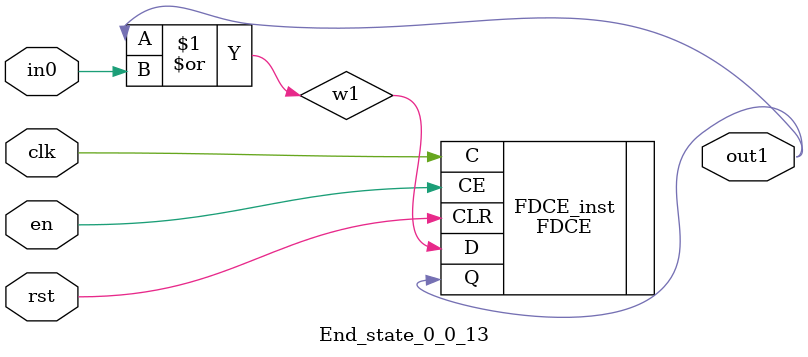
<source format=v>
module engine_0_0(out,clk,sod,en, in_0, in_1, in_2, in_3, in_4, in_5, in_6, in_7);
//pcre: /^\s*\w+\s+NO LOGIN/smi
//block char: ^[9], \x20[8], \w[6], N[0], O[0], L[0], G[0], I[0], 

	input clk,sod,en;

	input in_0, in_1, in_2, in_3, in_4, in_5, in_6, in_7;
	output out;

	assign w0 = 1'b1;
	state_0_0_1 BlockState_0_0_1 (w1,in_0,clk,en,sod,w0);
	state_0_0_2 BlockState_0_0_2 (w2,in_1,clk,en,sod,w2,w1);
	state_0_0_3 BlockState_0_0_3 (w3,in_2,clk,en,sod,w3,w1,w2);
	state_0_0_4 BlockState_0_0_4 (w4,in_1,clk,en,sod,w4,w3);
	state_0_0_5 BlockState_0_0_5 (w5,in_3,clk,en,sod,w4);
	state_0_0_6 BlockState_0_0_6 (w6,in_4,clk,en,sod,w5);
	state_0_0_7 BlockState_0_0_7 (w7,in_1,clk,en,sod,w6);
	state_0_0_8 BlockState_0_0_8 (w8,in_5,clk,en,sod,w7);
	state_0_0_9 BlockState_0_0_9 (w9,in_4,clk,en,sod,w8);
	state_0_0_10 BlockState_0_0_10 (w10,in_6,clk,en,sod,w9);
	state_0_0_11 BlockState_0_0_11 (w11,in_7,clk,en,sod,w10);
	state_0_0_12 BlockState_0_0_12 (w12,in_3,clk,en,sod,w11);
	End_state_0_0_13 BlockState_0_0_13 (out,clk,en,sod,w12);
endmodule

module state_0_0_1(out1,in_char,clk,en,rst,in0);
	input in_char,clk,en,rst,in0;
	output out1;
	wire w1,w2;
	assign w1 = in0; 
	and(w2,in_char,w1);
	FDCE #(.INIT(1'b0)) FDCE_inst (
		.Q(out1),
		.C(clk),
		.CE(en),
		.CLR(rst),
		.D(w2)
);
endmodule

module state_0_0_2(out1,in_char,clk,en,rst,in0,in1);
	input in_char,clk,en,rst,in0,in1;
	output out1;
	wire w1,w2;
	or(w1,in0,in1);
	and(w2,in_char,w1);
	FDCE #(.INIT(1'b0)) FDCE_inst (
		.Q(out1),
		.C(clk),
		.CE(en),
		.CLR(rst),
		.D(w2)
);
endmodule

module state_0_0_3(out1,in_char,clk,en,rst,in0,in1,in2);
	input in_char,clk,en,rst,in0,in1,in2;
	output out1;
	wire w1,w2;
	or(w1,in0,in1,in2);
	and(w2,in_char,w1);
	FDCE #(.INIT(1'b0)) FDCE_inst (
		.Q(out1),
		.C(clk),
		.CE(en),
		.CLR(rst),
		.D(w2)
);
endmodule

module state_0_0_4(out1,in_char,clk,en,rst,in0,in1);
	input in_char,clk,en,rst,in0,in1;
	output out1;
	wire w1,w2;
	or(w1,in0,in1);
	and(w2,in_char,w1);
	FDCE #(.INIT(1'b0)) FDCE_inst (
		.Q(out1),
		.C(clk),
		.CE(en),
		.CLR(rst),
		.D(w2)
);
endmodule

module state_0_0_5(out1,in_char,clk,en,rst,in0);
	input in_char,clk,en,rst,in0;
	output out1;
	wire w1,w2;
	assign w1 = in0; 
	and(w2,in_char,w1);
	FDCE #(.INIT(1'b0)) FDCE_inst (
		.Q(out1),
		.C(clk),
		.CE(en),
		.CLR(rst),
		.D(w2)
);
endmodule

module state_0_0_6(out1,in_char,clk,en,rst,in0);
	input in_char,clk,en,rst,in0;
	output out1;
	wire w1,w2;
	assign w1 = in0; 
	and(w2,in_char,w1);
	FDCE #(.INIT(1'b0)) FDCE_inst (
		.Q(out1),
		.C(clk),
		.CE(en),
		.CLR(rst),
		.D(w2)
);
endmodule

module state_0_0_7(out1,in_char,clk,en,rst,in0);
	input in_char,clk,en,rst,in0;
	output out1;
	wire w1,w2;
	assign w1 = in0; 
	and(w2,in_char,w1);
	FDCE #(.INIT(1'b0)) FDCE_inst (
		.Q(out1),
		.C(clk),
		.CE(en),
		.CLR(rst),
		.D(w2)
);
endmodule

module state_0_0_8(out1,in_char,clk,en,rst,in0);
	input in_char,clk,en,rst,in0;
	output out1;
	wire w1,w2;
	assign w1 = in0; 
	and(w2,in_char,w1);
	FDCE #(.INIT(1'b0)) FDCE_inst (
		.Q(out1),
		.C(clk),
		.CE(en),
		.CLR(rst),
		.D(w2)
);
endmodule

module state_0_0_9(out1,in_char,clk,en,rst,in0);
	input in_char,clk,en,rst,in0;
	output out1;
	wire w1,w2;
	assign w1 = in0; 
	and(w2,in_char,w1);
	FDCE #(.INIT(1'b0)) FDCE_inst (
		.Q(out1),
		.C(clk),
		.CE(en),
		.CLR(rst),
		.D(w2)
);
endmodule

module state_0_0_10(out1,in_char,clk,en,rst,in0);
	input in_char,clk,en,rst,in0;
	output out1;
	wire w1,w2;
	assign w1 = in0; 
	and(w2,in_char,w1);
	FDCE #(.INIT(1'b0)) FDCE_inst (
		.Q(out1),
		.C(clk),
		.CE(en),
		.CLR(rst),
		.D(w2)
);
endmodule

module state_0_0_11(out1,in_char,clk,en,rst,in0);
	input in_char,clk,en,rst,in0;
	output out1;
	wire w1,w2;
	assign w1 = in0; 
	and(w2,in_char,w1);
	FDCE #(.INIT(1'b0)) FDCE_inst (
		.Q(out1),
		.C(clk),
		.CE(en),
		.CLR(rst),
		.D(w2)
);
endmodule

module state_0_0_12(out1,in_char,clk,en,rst,in0);
	input in_char,clk,en,rst,in0;
	output out1;
	wire w1,w2;
	assign w1 = in0; 
	and(w2,in_char,w1);
	FDCE #(.INIT(1'b0)) FDCE_inst (
		.Q(out1),
		.C(clk),
		.CE(en),
		.CLR(rst),
		.D(w2)
);
endmodule

module End_state_0_0_13(out1,clk,en,rst,in0);
	input clk,rst,en,in0;
	output out1;
	wire w1;
	or(w1,out1,in0);
	FDCE #(.INIT(1'b0)) FDCE_inst (
		.Q(out1),
		.C(clk),
		.CE(en),
		.CLR(rst),
		.D(w1)
);
endmodule


</source>
